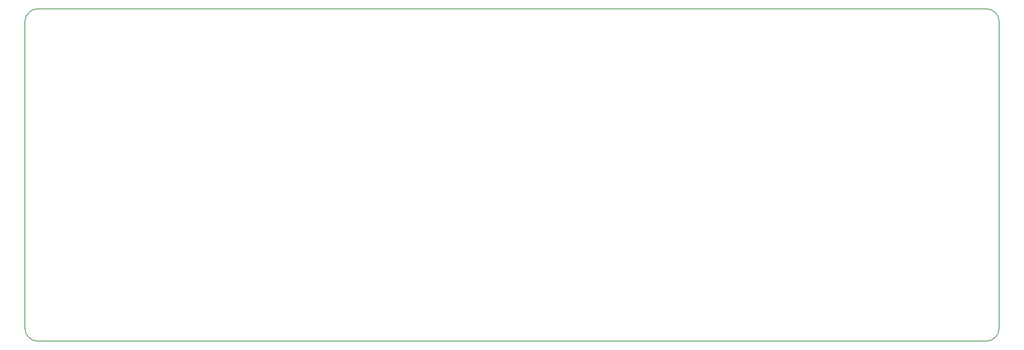
<source format=gbr>
G04 #@! TF.GenerationSoftware,KiCad,Pcbnew,5.1.9*
G04 #@! TF.CreationDate,2021-03-20T02:04:08-07:00*
G04 #@! TF.ProjectId,base,62617365-2e6b-4696-9361-645f70636258,rev?*
G04 #@! TF.SameCoordinates,Original*
G04 #@! TF.FileFunction,Profile,NP*
%FSLAX46Y46*%
G04 Gerber Fmt 4.6, Leading zero omitted, Abs format (unit mm)*
G04 Created by KiCad (PCBNEW 5.1.9) date 2021-03-20 02:04:08*
%MOMM*%
%LPD*%
G01*
G04 APERTURE LIST*
G04 #@! TA.AperFunction,Profile*
%ADD10C,0.200000*%
G04 #@! TD*
G04 APERTURE END LIST*
D10*
X269025000Y-25000000D02*
G75*
G02*
X272025000Y-28000000I0J-3000000D01*
G01*
X272025000Y-28000000D02*
X272025000Y-98000000D01*
X52425000Y-25000000D02*
X269025000Y-25000000D01*
X272025000Y-98000000D02*
G75*
G02*
X269025000Y-101000000I-3000000J0D01*
G01*
X52425000Y-101000000D02*
X269025000Y-101000000D01*
X52425000Y-101000000D02*
G75*
G02*
X49425000Y-98000000I0J3000000D01*
G01*
X49425000Y-28000000D02*
X49425000Y-98000000D01*
X49425000Y-28000000D02*
G75*
G02*
X52425000Y-25000000I3000000J0D01*
G01*
M02*

</source>
